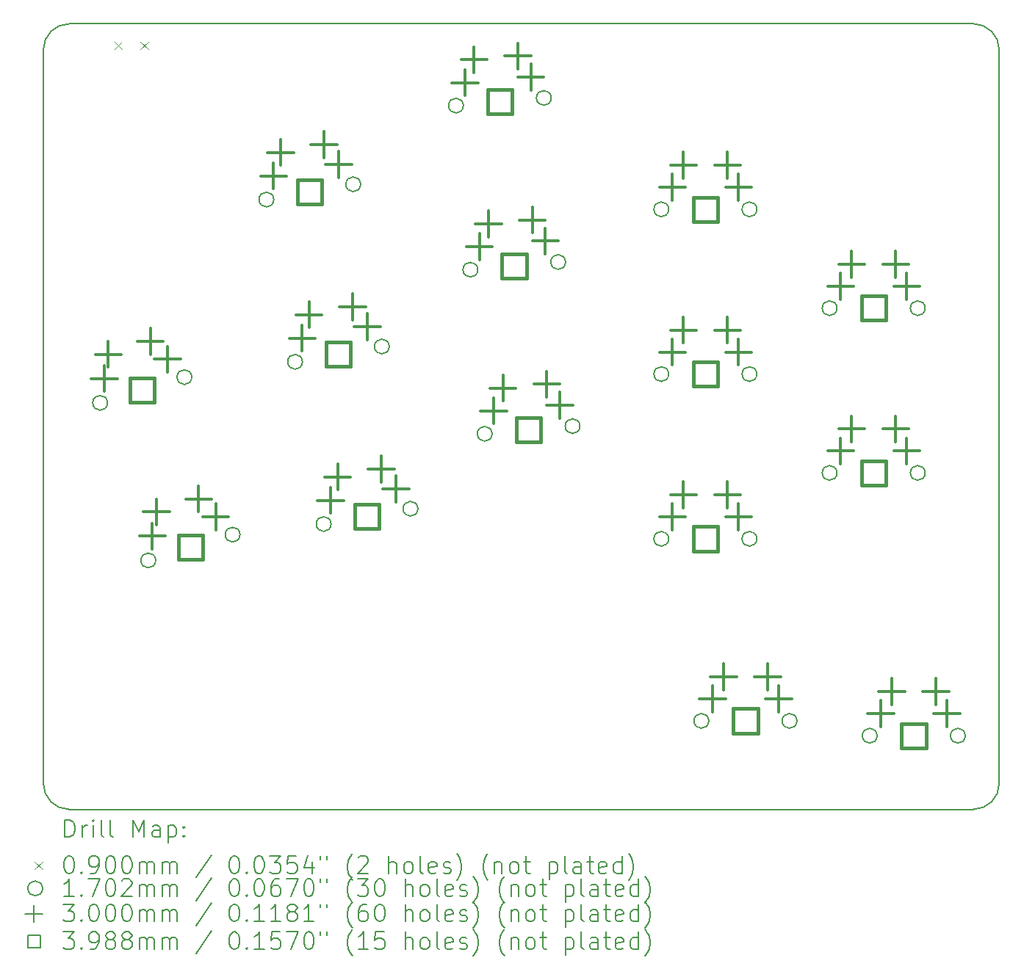
<source format=gbr>
%FSLAX45Y45*%
G04 Gerber Fmt 4.5, Leading zero omitted, Abs format (unit mm)*
G04 Created by KiCad (PCBNEW (6.0.4)) date 2022-08-27 03:08:15*
%MOMM*%
%LPD*%
G01*
G04 APERTURE LIST*
%TA.AperFunction,Profile*%
%ADD10C,0.150000*%
%TD*%
%ADD11C,0.200000*%
%ADD12C,0.090000*%
%ADD13C,0.170180*%
%ADD14C,0.300000*%
%ADD15C,0.398780*%
G04 APERTURE END LIST*
D10*
X19780321Y-14719637D02*
X30199060Y-14719637D01*
X19480323Y-14419637D02*
G75*
G03*
X19780321Y-14719637I299997J-3D01*
G01*
X19780321Y-5658142D02*
X30199060Y-5658142D01*
X30199060Y-14719630D02*
G75*
G03*
X30499060Y-14419637I10J299990D01*
G01*
X19480321Y-14419637D02*
X19480321Y-5958142D01*
X30499060Y-14419637D02*
X30499060Y-5958142D01*
X30499058Y-5958142D02*
G75*
G03*
X30199060Y-5658142I-299998J2D01*
G01*
X19780321Y-5658141D02*
G75*
G03*
X19480321Y-5958142I-1J-299999D01*
G01*
D11*
D12*
X20300062Y-5865642D02*
X20390062Y-5955642D01*
X20390062Y-5865642D02*
X20300062Y-5955642D01*
X20600062Y-5865642D02*
X20690062Y-5955642D01*
X20690062Y-5865642D02*
X20600062Y-5955642D01*
D13*
X20220400Y-10030430D02*
G75*
G03*
X20220400Y-10030430I-85090J0D01*
G01*
X20775906Y-11847409D02*
G75*
G03*
X20775906Y-11847409I-85090J0D01*
G01*
X21192005Y-9733380D02*
G75*
G03*
X21192005Y-9733380I-85090J0D01*
G01*
X21747511Y-11550359D02*
G75*
G03*
X21747511Y-11550359I-85090J0D01*
G01*
X22137518Y-7685928D02*
G75*
G03*
X22137518Y-7685928I-85090J0D01*
G01*
X22467450Y-9557063D02*
G75*
G03*
X22467450Y-9557063I-85090J0D01*
G01*
X22797381Y-11428198D02*
G75*
G03*
X22797381Y-11428198I-85090J0D01*
G01*
X23138083Y-7509502D02*
G75*
G03*
X23138083Y-7509502I-85090J0D01*
G01*
X23468014Y-9380636D02*
G75*
G03*
X23468014Y-9380636I-85090J0D01*
G01*
X23797946Y-11251771D02*
G75*
G03*
X23797946Y-11251771I-85090J0D01*
G01*
X24322510Y-6602077D02*
G75*
G03*
X24322510Y-6602077I-85090J0D01*
G01*
X24488105Y-8494847D02*
G75*
G03*
X24488105Y-8494847I-85090J0D01*
G01*
X24653701Y-10387617D02*
G75*
G03*
X24653701Y-10387617I-85090J0D01*
G01*
X25334643Y-6513527D02*
G75*
G03*
X25334643Y-6513527I-85090J0D01*
G01*
X25500239Y-8406297D02*
G75*
G03*
X25500239Y-8406297I-85090J0D01*
G01*
X25665835Y-10299067D02*
G75*
G03*
X25665835Y-10299067I-85090J0D01*
G01*
X26688650Y-7798637D02*
G75*
G03*
X26688650Y-7798637I-85090J0D01*
G01*
X26688650Y-9698637D02*
G75*
G03*
X26688650Y-9698637I-85090J0D01*
G01*
X26688650Y-11598637D02*
G75*
G03*
X26688650Y-11598637I-85090J0D01*
G01*
X27151150Y-13698637D02*
G75*
G03*
X27151150Y-13698637I-85090J0D01*
G01*
X27704650Y-7798637D02*
G75*
G03*
X27704650Y-7798637I-85090J0D01*
G01*
X27704650Y-9698637D02*
G75*
G03*
X27704650Y-9698637I-85090J0D01*
G01*
X27704650Y-11598637D02*
G75*
G03*
X27704650Y-11598637I-85090J0D01*
G01*
X28167150Y-13698637D02*
G75*
G03*
X28167150Y-13698637I-85090J0D01*
G01*
X28628650Y-8938637D02*
G75*
G03*
X28628650Y-8938637I-85090J0D01*
G01*
X28628650Y-10838637D02*
G75*
G03*
X28628650Y-10838637I-85090J0D01*
G01*
X29091150Y-13869637D02*
G75*
G03*
X29091150Y-13869637I-85090J0D01*
G01*
X29644650Y-8938637D02*
G75*
G03*
X29644650Y-8938637I-85090J0D01*
G01*
X29644650Y-10838637D02*
G75*
G03*
X29644650Y-10838637I-85090J0D01*
G01*
X30107150Y-13869637D02*
G75*
G03*
X30107150Y-13869637I-85090J0D01*
G01*
D14*
X20182498Y-9600397D02*
X20182498Y-9900397D01*
X20032498Y-9750397D02*
X20332498Y-9750397D01*
X20229686Y-9320365D02*
X20229686Y-9620365D01*
X20079686Y-9470365D02*
X20379686Y-9470365D01*
X20715489Y-9171840D02*
X20715489Y-9471840D01*
X20565489Y-9321840D02*
X20865489Y-9321840D01*
X20738004Y-11417376D02*
X20738004Y-11717376D01*
X20588004Y-11567376D02*
X20888004Y-11567376D01*
X20785192Y-11137344D02*
X20785192Y-11437344D01*
X20635192Y-11287344D02*
X20935192Y-11287344D01*
X20911202Y-9377610D02*
X20911202Y-9677610D01*
X20761202Y-9527610D02*
X21061202Y-9527610D01*
X21270995Y-10988819D02*
X21270995Y-11288819D01*
X21120995Y-11138819D02*
X21420995Y-11138819D01*
X21466708Y-11194589D02*
X21466708Y-11494589D01*
X21316708Y-11344589D02*
X21616708Y-11344589D01*
X22133392Y-7263734D02*
X22133392Y-7563734D01*
X21983392Y-7413734D02*
X22283392Y-7413734D01*
X22214356Y-6991539D02*
X22214356Y-7291539D01*
X22064356Y-7141539D02*
X22364356Y-7141539D01*
X22463324Y-9134869D02*
X22463324Y-9434869D01*
X22313324Y-9284869D02*
X22613324Y-9284869D01*
X22544288Y-8862674D02*
X22544288Y-9162674D01*
X22394288Y-9012674D02*
X22694288Y-9012674D01*
X22714638Y-6903326D02*
X22714638Y-7203326D01*
X22564638Y-7053326D02*
X22864638Y-7053326D01*
X22793255Y-11006003D02*
X22793255Y-11306003D01*
X22643255Y-11156003D02*
X22943255Y-11156003D01*
X22874219Y-10733809D02*
X22874219Y-11033809D01*
X22724219Y-10883809D02*
X23024219Y-10883809D01*
X22883816Y-7131414D02*
X22883816Y-7431414D01*
X22733816Y-7281414D02*
X23033816Y-7281414D01*
X23044570Y-8774461D02*
X23044570Y-9074461D01*
X22894570Y-8924461D02*
X23194570Y-8924461D01*
X23213747Y-9002549D02*
X23213747Y-9302549D01*
X23063747Y-9152549D02*
X23363747Y-9152549D01*
X23374502Y-10645595D02*
X23374502Y-10945595D01*
X23224502Y-10795595D02*
X23524502Y-10795595D01*
X23543679Y-10873683D02*
X23543679Y-11173683D01*
X23393679Y-11023683D02*
X23693679Y-11023683D01*
X24341799Y-6187975D02*
X24341799Y-6487975D01*
X24191799Y-6337975D02*
X24491799Y-6337975D01*
X24446178Y-5923872D02*
X24446178Y-6223872D01*
X24296178Y-6073872D02*
X24596178Y-6073872D01*
X24507395Y-8080745D02*
X24507395Y-8380745D01*
X24357395Y-8230745D02*
X24657395Y-8230745D01*
X24611774Y-7816642D02*
X24611774Y-8116642D01*
X24461774Y-7966642D02*
X24761774Y-7966642D01*
X24672991Y-9973515D02*
X24672991Y-10273515D01*
X24522991Y-10123515D02*
X24822991Y-10123515D01*
X24777370Y-9709412D02*
X24777370Y-10009412D01*
X24627370Y-9859412D02*
X24927370Y-9859412D01*
X24952245Y-5879597D02*
X24952245Y-6179597D01*
X24802245Y-6029597D02*
X25102245Y-6029597D01*
X25100899Y-6121562D02*
X25100899Y-6421562D01*
X24950899Y-6271562D02*
X25250899Y-6271562D01*
X25117841Y-7772367D02*
X25117841Y-8072367D01*
X24967841Y-7922367D02*
X25267841Y-7922367D01*
X25266495Y-8014332D02*
X25266495Y-8314332D01*
X25116495Y-8164332D02*
X25416495Y-8164332D01*
X25283437Y-9665137D02*
X25283437Y-9965137D01*
X25133437Y-9815137D02*
X25433437Y-9815137D01*
X25432091Y-9907102D02*
X25432091Y-10207102D01*
X25282091Y-10057102D02*
X25582091Y-10057102D01*
X26730560Y-7394637D02*
X26730560Y-7694637D01*
X26580560Y-7544637D02*
X26880560Y-7544637D01*
X26730560Y-9294637D02*
X26730560Y-9594637D01*
X26580560Y-9444637D02*
X26880560Y-9444637D01*
X26730560Y-11194637D02*
X26730560Y-11494637D01*
X26580560Y-11344637D02*
X26880560Y-11344637D01*
X26857560Y-7140637D02*
X26857560Y-7440637D01*
X26707560Y-7290637D02*
X27007560Y-7290637D01*
X26857560Y-9040637D02*
X26857560Y-9340637D01*
X26707560Y-9190637D02*
X27007560Y-9190637D01*
X26857560Y-10940637D02*
X26857560Y-11240637D01*
X26707560Y-11090637D02*
X27007560Y-11090637D01*
X27193060Y-13294637D02*
X27193060Y-13594637D01*
X27043060Y-13444637D02*
X27343060Y-13444637D01*
X27320060Y-13040637D02*
X27320060Y-13340637D01*
X27170060Y-13190637D02*
X27470060Y-13190637D01*
X27365560Y-7140637D02*
X27365560Y-7440637D01*
X27215560Y-7290637D02*
X27515560Y-7290637D01*
X27365560Y-9040637D02*
X27365560Y-9340637D01*
X27215560Y-9190637D02*
X27515560Y-9190637D01*
X27365560Y-10940637D02*
X27365560Y-11240637D01*
X27215560Y-11090637D02*
X27515560Y-11090637D01*
X27492560Y-7394637D02*
X27492560Y-7694637D01*
X27342560Y-7544637D02*
X27642560Y-7544637D01*
X27492560Y-9294637D02*
X27492560Y-9594637D01*
X27342560Y-9444637D02*
X27642560Y-9444637D01*
X27492560Y-11194637D02*
X27492560Y-11494637D01*
X27342560Y-11344637D02*
X27642560Y-11344637D01*
X27828060Y-13040637D02*
X27828060Y-13340637D01*
X27678060Y-13190637D02*
X27978060Y-13190637D01*
X27955060Y-13294637D02*
X27955060Y-13594637D01*
X27805060Y-13444637D02*
X28105060Y-13444637D01*
X28670560Y-8534637D02*
X28670560Y-8834637D01*
X28520560Y-8684637D02*
X28820560Y-8684637D01*
X28670560Y-10434637D02*
X28670560Y-10734637D01*
X28520560Y-10584637D02*
X28820560Y-10584637D01*
X28797560Y-8280637D02*
X28797560Y-8580637D01*
X28647560Y-8430637D02*
X28947560Y-8430637D01*
X28797560Y-10180637D02*
X28797560Y-10480637D01*
X28647560Y-10330637D02*
X28947560Y-10330637D01*
X29133060Y-13465637D02*
X29133060Y-13765637D01*
X28983060Y-13615637D02*
X29283060Y-13615637D01*
X29260060Y-13211637D02*
X29260060Y-13511637D01*
X29110060Y-13361637D02*
X29410060Y-13361637D01*
X29305560Y-8280637D02*
X29305560Y-8580637D01*
X29155560Y-8430637D02*
X29455560Y-8430637D01*
X29305560Y-10180637D02*
X29305560Y-10480637D01*
X29155560Y-10330637D02*
X29455560Y-10330637D01*
X29432560Y-8534637D02*
X29432560Y-8834637D01*
X29282560Y-8684637D02*
X29582560Y-8684637D01*
X29432560Y-10434637D02*
X29432560Y-10734637D01*
X29282560Y-10584637D02*
X29582560Y-10584637D01*
X29768060Y-13211637D02*
X29768060Y-13511637D01*
X29618060Y-13361637D02*
X29918060Y-13361637D01*
X29895060Y-13465637D02*
X29895060Y-13765637D01*
X29745060Y-13615637D02*
X30045060Y-13615637D01*
D15*
X20762104Y-10022896D02*
X20762104Y-9740914D01*
X20480121Y-9740914D01*
X20480121Y-10022896D01*
X20762104Y-10022896D01*
X21317610Y-11839875D02*
X21317610Y-11557893D01*
X21035627Y-11557893D01*
X21035627Y-11839875D01*
X21317610Y-11839875D01*
X22693702Y-7738706D02*
X22693702Y-7456724D01*
X22411719Y-7456724D01*
X22411719Y-7738706D01*
X22693702Y-7738706D01*
X23023633Y-9609841D02*
X23023633Y-9327858D01*
X22741651Y-9327858D01*
X22741651Y-9609841D01*
X23023633Y-9609841D01*
X23353565Y-11480976D02*
X23353565Y-11198993D01*
X23071582Y-11198993D01*
X23071582Y-11480976D01*
X23353565Y-11480976D01*
X24884478Y-6698793D02*
X24884478Y-6416810D01*
X24602495Y-6416810D01*
X24602495Y-6698793D01*
X24884478Y-6698793D01*
X25050074Y-8591563D02*
X25050074Y-8309580D01*
X24768091Y-8309580D01*
X24768091Y-8591563D01*
X25050074Y-8591563D01*
X25215670Y-10484333D02*
X25215670Y-10202350D01*
X24933687Y-10202350D01*
X24933687Y-10484333D01*
X25215670Y-10484333D01*
X27252551Y-7939628D02*
X27252551Y-7657645D01*
X26970569Y-7657645D01*
X26970569Y-7939628D01*
X27252551Y-7939628D01*
X27252551Y-9839628D02*
X27252551Y-9557645D01*
X26970569Y-9557645D01*
X26970569Y-9839628D01*
X27252551Y-9839628D01*
X27252551Y-11739628D02*
X27252551Y-11457645D01*
X26970569Y-11457645D01*
X26970569Y-11739628D01*
X27252551Y-11739628D01*
X27715051Y-13839628D02*
X27715051Y-13557645D01*
X27433069Y-13557645D01*
X27433069Y-13839628D01*
X27715051Y-13839628D01*
X29192551Y-9079628D02*
X29192551Y-8797645D01*
X28910569Y-8797645D01*
X28910569Y-9079628D01*
X29192551Y-9079628D01*
X29192551Y-10979628D02*
X29192551Y-10697645D01*
X28910569Y-10697645D01*
X28910569Y-10979628D01*
X29192551Y-10979628D01*
X29655051Y-14010628D02*
X29655051Y-13728645D01*
X29373069Y-13728645D01*
X29373069Y-14010628D01*
X29655051Y-14010628D01*
D11*
X19730440Y-15037613D02*
X19730440Y-14837613D01*
X19778059Y-14837613D01*
X19806630Y-14847137D01*
X19825678Y-14866184D01*
X19835202Y-14885232D01*
X19844726Y-14923327D01*
X19844726Y-14951899D01*
X19835202Y-14989994D01*
X19825678Y-15009041D01*
X19806630Y-15028089D01*
X19778059Y-15037613D01*
X19730440Y-15037613D01*
X19930440Y-15037613D02*
X19930440Y-14904279D01*
X19930440Y-14942375D02*
X19939964Y-14923327D01*
X19949488Y-14913803D01*
X19968535Y-14904279D01*
X19987583Y-14904279D01*
X20054249Y-15037613D02*
X20054249Y-14904279D01*
X20054249Y-14837613D02*
X20044726Y-14847137D01*
X20054249Y-14856660D01*
X20063773Y-14847137D01*
X20054249Y-14837613D01*
X20054249Y-14856660D01*
X20178059Y-15037613D02*
X20159011Y-15028089D01*
X20149488Y-15009041D01*
X20149488Y-14837613D01*
X20282821Y-15037613D02*
X20263773Y-15028089D01*
X20254249Y-15009041D01*
X20254249Y-14837613D01*
X20511392Y-15037613D02*
X20511392Y-14837613D01*
X20578059Y-14980470D01*
X20644726Y-14837613D01*
X20644726Y-15037613D01*
X20825678Y-15037613D02*
X20825678Y-14932851D01*
X20816154Y-14913803D01*
X20797107Y-14904279D01*
X20759011Y-14904279D01*
X20739964Y-14913803D01*
X20825678Y-15028089D02*
X20806630Y-15037613D01*
X20759011Y-15037613D01*
X20739964Y-15028089D01*
X20730440Y-15009041D01*
X20730440Y-14989994D01*
X20739964Y-14970946D01*
X20759011Y-14961422D01*
X20806630Y-14961422D01*
X20825678Y-14951899D01*
X20920916Y-14904279D02*
X20920916Y-15104279D01*
X20920916Y-14913803D02*
X20939964Y-14904279D01*
X20978059Y-14904279D01*
X20997107Y-14913803D01*
X21006630Y-14923327D01*
X21016154Y-14942375D01*
X21016154Y-14999518D01*
X21006630Y-15018565D01*
X20997107Y-15028089D01*
X20978059Y-15037613D01*
X20939964Y-15037613D01*
X20920916Y-15028089D01*
X21101869Y-15018565D02*
X21111392Y-15028089D01*
X21101869Y-15037613D01*
X21092345Y-15028089D01*
X21101869Y-15018565D01*
X21101869Y-15037613D01*
X21101869Y-14913803D02*
X21111392Y-14923327D01*
X21101869Y-14932851D01*
X21092345Y-14923327D01*
X21101869Y-14913803D01*
X21101869Y-14932851D01*
D12*
X19382821Y-15322137D02*
X19472821Y-15412137D01*
X19472821Y-15322137D02*
X19382821Y-15412137D01*
D11*
X19768535Y-15257613D02*
X19787583Y-15257613D01*
X19806630Y-15267137D01*
X19816154Y-15276660D01*
X19825678Y-15295708D01*
X19835202Y-15333803D01*
X19835202Y-15381422D01*
X19825678Y-15419518D01*
X19816154Y-15438565D01*
X19806630Y-15448089D01*
X19787583Y-15457613D01*
X19768535Y-15457613D01*
X19749488Y-15448089D01*
X19739964Y-15438565D01*
X19730440Y-15419518D01*
X19720916Y-15381422D01*
X19720916Y-15333803D01*
X19730440Y-15295708D01*
X19739964Y-15276660D01*
X19749488Y-15267137D01*
X19768535Y-15257613D01*
X19920916Y-15438565D02*
X19930440Y-15448089D01*
X19920916Y-15457613D01*
X19911392Y-15448089D01*
X19920916Y-15438565D01*
X19920916Y-15457613D01*
X20025678Y-15457613D02*
X20063773Y-15457613D01*
X20082821Y-15448089D01*
X20092345Y-15438565D01*
X20111392Y-15409994D01*
X20120916Y-15371899D01*
X20120916Y-15295708D01*
X20111392Y-15276660D01*
X20101869Y-15267137D01*
X20082821Y-15257613D01*
X20044726Y-15257613D01*
X20025678Y-15267137D01*
X20016154Y-15276660D01*
X20006630Y-15295708D01*
X20006630Y-15343327D01*
X20016154Y-15362375D01*
X20025678Y-15371899D01*
X20044726Y-15381422D01*
X20082821Y-15381422D01*
X20101869Y-15371899D01*
X20111392Y-15362375D01*
X20120916Y-15343327D01*
X20244726Y-15257613D02*
X20263773Y-15257613D01*
X20282821Y-15267137D01*
X20292345Y-15276660D01*
X20301869Y-15295708D01*
X20311392Y-15333803D01*
X20311392Y-15381422D01*
X20301869Y-15419518D01*
X20292345Y-15438565D01*
X20282821Y-15448089D01*
X20263773Y-15457613D01*
X20244726Y-15457613D01*
X20225678Y-15448089D01*
X20216154Y-15438565D01*
X20206630Y-15419518D01*
X20197107Y-15381422D01*
X20197107Y-15333803D01*
X20206630Y-15295708D01*
X20216154Y-15276660D01*
X20225678Y-15267137D01*
X20244726Y-15257613D01*
X20435202Y-15257613D02*
X20454249Y-15257613D01*
X20473297Y-15267137D01*
X20482821Y-15276660D01*
X20492345Y-15295708D01*
X20501869Y-15333803D01*
X20501869Y-15381422D01*
X20492345Y-15419518D01*
X20482821Y-15438565D01*
X20473297Y-15448089D01*
X20454249Y-15457613D01*
X20435202Y-15457613D01*
X20416154Y-15448089D01*
X20406630Y-15438565D01*
X20397107Y-15419518D01*
X20387583Y-15381422D01*
X20387583Y-15333803D01*
X20397107Y-15295708D01*
X20406630Y-15276660D01*
X20416154Y-15267137D01*
X20435202Y-15257613D01*
X20587583Y-15457613D02*
X20587583Y-15324279D01*
X20587583Y-15343327D02*
X20597107Y-15333803D01*
X20616154Y-15324279D01*
X20644726Y-15324279D01*
X20663773Y-15333803D01*
X20673297Y-15352851D01*
X20673297Y-15457613D01*
X20673297Y-15352851D02*
X20682821Y-15333803D01*
X20701869Y-15324279D01*
X20730440Y-15324279D01*
X20749488Y-15333803D01*
X20759011Y-15352851D01*
X20759011Y-15457613D01*
X20854249Y-15457613D02*
X20854249Y-15324279D01*
X20854249Y-15343327D02*
X20863773Y-15333803D01*
X20882821Y-15324279D01*
X20911392Y-15324279D01*
X20930440Y-15333803D01*
X20939964Y-15352851D01*
X20939964Y-15457613D01*
X20939964Y-15352851D02*
X20949488Y-15333803D01*
X20968535Y-15324279D01*
X20997107Y-15324279D01*
X21016154Y-15333803D01*
X21025678Y-15352851D01*
X21025678Y-15457613D01*
X21416154Y-15248089D02*
X21244726Y-15505232D01*
X21673297Y-15257613D02*
X21692345Y-15257613D01*
X21711392Y-15267137D01*
X21720916Y-15276660D01*
X21730440Y-15295708D01*
X21739964Y-15333803D01*
X21739964Y-15381422D01*
X21730440Y-15419518D01*
X21720916Y-15438565D01*
X21711392Y-15448089D01*
X21692345Y-15457613D01*
X21673297Y-15457613D01*
X21654249Y-15448089D01*
X21644726Y-15438565D01*
X21635202Y-15419518D01*
X21625678Y-15381422D01*
X21625678Y-15333803D01*
X21635202Y-15295708D01*
X21644726Y-15276660D01*
X21654249Y-15267137D01*
X21673297Y-15257613D01*
X21825678Y-15438565D02*
X21835202Y-15448089D01*
X21825678Y-15457613D01*
X21816154Y-15448089D01*
X21825678Y-15438565D01*
X21825678Y-15457613D01*
X21959011Y-15257613D02*
X21978059Y-15257613D01*
X21997107Y-15267137D01*
X22006630Y-15276660D01*
X22016154Y-15295708D01*
X22025678Y-15333803D01*
X22025678Y-15381422D01*
X22016154Y-15419518D01*
X22006630Y-15438565D01*
X21997107Y-15448089D01*
X21978059Y-15457613D01*
X21959011Y-15457613D01*
X21939964Y-15448089D01*
X21930440Y-15438565D01*
X21920916Y-15419518D01*
X21911392Y-15381422D01*
X21911392Y-15333803D01*
X21920916Y-15295708D01*
X21930440Y-15276660D01*
X21939964Y-15267137D01*
X21959011Y-15257613D01*
X22092345Y-15257613D02*
X22216154Y-15257613D01*
X22149488Y-15333803D01*
X22178059Y-15333803D01*
X22197107Y-15343327D01*
X22206630Y-15352851D01*
X22216154Y-15371899D01*
X22216154Y-15419518D01*
X22206630Y-15438565D01*
X22197107Y-15448089D01*
X22178059Y-15457613D01*
X22120916Y-15457613D01*
X22101869Y-15448089D01*
X22092345Y-15438565D01*
X22397107Y-15257613D02*
X22301869Y-15257613D01*
X22292345Y-15352851D01*
X22301869Y-15343327D01*
X22320916Y-15333803D01*
X22368535Y-15333803D01*
X22387583Y-15343327D01*
X22397107Y-15352851D01*
X22406630Y-15371899D01*
X22406630Y-15419518D01*
X22397107Y-15438565D01*
X22387583Y-15448089D01*
X22368535Y-15457613D01*
X22320916Y-15457613D01*
X22301869Y-15448089D01*
X22292345Y-15438565D01*
X22578059Y-15324279D02*
X22578059Y-15457613D01*
X22530440Y-15248089D02*
X22482821Y-15390946D01*
X22606630Y-15390946D01*
X22673297Y-15257613D02*
X22673297Y-15295708D01*
X22749487Y-15257613D02*
X22749487Y-15295708D01*
X23044726Y-15533803D02*
X23035202Y-15524279D01*
X23016154Y-15495708D01*
X23006630Y-15476660D01*
X22997107Y-15448089D01*
X22987583Y-15400470D01*
X22987583Y-15362375D01*
X22997107Y-15314756D01*
X23006630Y-15286184D01*
X23016154Y-15267137D01*
X23035202Y-15238565D01*
X23044726Y-15229041D01*
X23111392Y-15276660D02*
X23120916Y-15267137D01*
X23139964Y-15257613D01*
X23187583Y-15257613D01*
X23206630Y-15267137D01*
X23216154Y-15276660D01*
X23225678Y-15295708D01*
X23225678Y-15314756D01*
X23216154Y-15343327D01*
X23101868Y-15457613D01*
X23225678Y-15457613D01*
X23463773Y-15457613D02*
X23463773Y-15257613D01*
X23549487Y-15457613D02*
X23549487Y-15352851D01*
X23539964Y-15333803D01*
X23520916Y-15324279D01*
X23492345Y-15324279D01*
X23473297Y-15333803D01*
X23463773Y-15343327D01*
X23673297Y-15457613D02*
X23654249Y-15448089D01*
X23644726Y-15438565D01*
X23635202Y-15419518D01*
X23635202Y-15362375D01*
X23644726Y-15343327D01*
X23654249Y-15333803D01*
X23673297Y-15324279D01*
X23701868Y-15324279D01*
X23720916Y-15333803D01*
X23730440Y-15343327D01*
X23739964Y-15362375D01*
X23739964Y-15419518D01*
X23730440Y-15438565D01*
X23720916Y-15448089D01*
X23701868Y-15457613D01*
X23673297Y-15457613D01*
X23854249Y-15457613D02*
X23835202Y-15448089D01*
X23825678Y-15429041D01*
X23825678Y-15257613D01*
X24006630Y-15448089D02*
X23987583Y-15457613D01*
X23949487Y-15457613D01*
X23930440Y-15448089D01*
X23920916Y-15429041D01*
X23920916Y-15352851D01*
X23930440Y-15333803D01*
X23949487Y-15324279D01*
X23987583Y-15324279D01*
X24006630Y-15333803D01*
X24016154Y-15352851D01*
X24016154Y-15371899D01*
X23920916Y-15390946D01*
X24092345Y-15448089D02*
X24111392Y-15457613D01*
X24149487Y-15457613D01*
X24168535Y-15448089D01*
X24178059Y-15429041D01*
X24178059Y-15419518D01*
X24168535Y-15400470D01*
X24149487Y-15390946D01*
X24120916Y-15390946D01*
X24101868Y-15381422D01*
X24092345Y-15362375D01*
X24092345Y-15352851D01*
X24101868Y-15333803D01*
X24120916Y-15324279D01*
X24149487Y-15324279D01*
X24168535Y-15333803D01*
X24244726Y-15533803D02*
X24254249Y-15524279D01*
X24273297Y-15495708D01*
X24282821Y-15476660D01*
X24292345Y-15448089D01*
X24301868Y-15400470D01*
X24301868Y-15362375D01*
X24292345Y-15314756D01*
X24282821Y-15286184D01*
X24273297Y-15267137D01*
X24254249Y-15238565D01*
X24244726Y-15229041D01*
X24606630Y-15533803D02*
X24597107Y-15524279D01*
X24578059Y-15495708D01*
X24568535Y-15476660D01*
X24559011Y-15448089D01*
X24549487Y-15400470D01*
X24549487Y-15362375D01*
X24559011Y-15314756D01*
X24568535Y-15286184D01*
X24578059Y-15267137D01*
X24597107Y-15238565D01*
X24606630Y-15229041D01*
X24682821Y-15324279D02*
X24682821Y-15457613D01*
X24682821Y-15343327D02*
X24692345Y-15333803D01*
X24711392Y-15324279D01*
X24739964Y-15324279D01*
X24759011Y-15333803D01*
X24768535Y-15352851D01*
X24768535Y-15457613D01*
X24892345Y-15457613D02*
X24873297Y-15448089D01*
X24863773Y-15438565D01*
X24854249Y-15419518D01*
X24854249Y-15362375D01*
X24863773Y-15343327D01*
X24873297Y-15333803D01*
X24892345Y-15324279D01*
X24920916Y-15324279D01*
X24939964Y-15333803D01*
X24949487Y-15343327D01*
X24959011Y-15362375D01*
X24959011Y-15419518D01*
X24949487Y-15438565D01*
X24939964Y-15448089D01*
X24920916Y-15457613D01*
X24892345Y-15457613D01*
X25016154Y-15324279D02*
X25092345Y-15324279D01*
X25044726Y-15257613D02*
X25044726Y-15429041D01*
X25054249Y-15448089D01*
X25073297Y-15457613D01*
X25092345Y-15457613D01*
X25311392Y-15324279D02*
X25311392Y-15524279D01*
X25311392Y-15333803D02*
X25330440Y-15324279D01*
X25368535Y-15324279D01*
X25387583Y-15333803D01*
X25397107Y-15343327D01*
X25406630Y-15362375D01*
X25406630Y-15419518D01*
X25397107Y-15438565D01*
X25387583Y-15448089D01*
X25368535Y-15457613D01*
X25330440Y-15457613D01*
X25311392Y-15448089D01*
X25520916Y-15457613D02*
X25501868Y-15448089D01*
X25492345Y-15429041D01*
X25492345Y-15257613D01*
X25682821Y-15457613D02*
X25682821Y-15352851D01*
X25673297Y-15333803D01*
X25654249Y-15324279D01*
X25616154Y-15324279D01*
X25597107Y-15333803D01*
X25682821Y-15448089D02*
X25663773Y-15457613D01*
X25616154Y-15457613D01*
X25597107Y-15448089D01*
X25587583Y-15429041D01*
X25587583Y-15409994D01*
X25597107Y-15390946D01*
X25616154Y-15381422D01*
X25663773Y-15381422D01*
X25682821Y-15371899D01*
X25749487Y-15324279D02*
X25825678Y-15324279D01*
X25778059Y-15257613D02*
X25778059Y-15429041D01*
X25787583Y-15448089D01*
X25806630Y-15457613D01*
X25825678Y-15457613D01*
X25968535Y-15448089D02*
X25949487Y-15457613D01*
X25911392Y-15457613D01*
X25892345Y-15448089D01*
X25882821Y-15429041D01*
X25882821Y-15352851D01*
X25892345Y-15333803D01*
X25911392Y-15324279D01*
X25949487Y-15324279D01*
X25968535Y-15333803D01*
X25978059Y-15352851D01*
X25978059Y-15371899D01*
X25882821Y-15390946D01*
X26149487Y-15457613D02*
X26149487Y-15257613D01*
X26149487Y-15448089D02*
X26130440Y-15457613D01*
X26092345Y-15457613D01*
X26073297Y-15448089D01*
X26063773Y-15438565D01*
X26054249Y-15419518D01*
X26054249Y-15362375D01*
X26063773Y-15343327D01*
X26073297Y-15333803D01*
X26092345Y-15324279D01*
X26130440Y-15324279D01*
X26149487Y-15333803D01*
X26225678Y-15533803D02*
X26235202Y-15524279D01*
X26254249Y-15495708D01*
X26263773Y-15476660D01*
X26273297Y-15448089D01*
X26282821Y-15400470D01*
X26282821Y-15362375D01*
X26273297Y-15314756D01*
X26263773Y-15286184D01*
X26254249Y-15267137D01*
X26235202Y-15238565D01*
X26225678Y-15229041D01*
D13*
X19472821Y-15631137D02*
G75*
G03*
X19472821Y-15631137I-85090J0D01*
G01*
D11*
X19835202Y-15721613D02*
X19720916Y-15721613D01*
X19778059Y-15721613D02*
X19778059Y-15521613D01*
X19759011Y-15550184D01*
X19739964Y-15569232D01*
X19720916Y-15578756D01*
X19920916Y-15702565D02*
X19930440Y-15712089D01*
X19920916Y-15721613D01*
X19911392Y-15712089D01*
X19920916Y-15702565D01*
X19920916Y-15721613D01*
X19997107Y-15521613D02*
X20130440Y-15521613D01*
X20044726Y-15721613D01*
X20244726Y-15521613D02*
X20263773Y-15521613D01*
X20282821Y-15531137D01*
X20292345Y-15540660D01*
X20301869Y-15559708D01*
X20311392Y-15597803D01*
X20311392Y-15645422D01*
X20301869Y-15683518D01*
X20292345Y-15702565D01*
X20282821Y-15712089D01*
X20263773Y-15721613D01*
X20244726Y-15721613D01*
X20225678Y-15712089D01*
X20216154Y-15702565D01*
X20206630Y-15683518D01*
X20197107Y-15645422D01*
X20197107Y-15597803D01*
X20206630Y-15559708D01*
X20216154Y-15540660D01*
X20225678Y-15531137D01*
X20244726Y-15521613D01*
X20387583Y-15540660D02*
X20397107Y-15531137D01*
X20416154Y-15521613D01*
X20463773Y-15521613D01*
X20482821Y-15531137D01*
X20492345Y-15540660D01*
X20501869Y-15559708D01*
X20501869Y-15578756D01*
X20492345Y-15607327D01*
X20378059Y-15721613D01*
X20501869Y-15721613D01*
X20587583Y-15721613D02*
X20587583Y-15588279D01*
X20587583Y-15607327D02*
X20597107Y-15597803D01*
X20616154Y-15588279D01*
X20644726Y-15588279D01*
X20663773Y-15597803D01*
X20673297Y-15616851D01*
X20673297Y-15721613D01*
X20673297Y-15616851D02*
X20682821Y-15597803D01*
X20701869Y-15588279D01*
X20730440Y-15588279D01*
X20749488Y-15597803D01*
X20759011Y-15616851D01*
X20759011Y-15721613D01*
X20854249Y-15721613D02*
X20854249Y-15588279D01*
X20854249Y-15607327D02*
X20863773Y-15597803D01*
X20882821Y-15588279D01*
X20911392Y-15588279D01*
X20930440Y-15597803D01*
X20939964Y-15616851D01*
X20939964Y-15721613D01*
X20939964Y-15616851D02*
X20949488Y-15597803D01*
X20968535Y-15588279D01*
X20997107Y-15588279D01*
X21016154Y-15597803D01*
X21025678Y-15616851D01*
X21025678Y-15721613D01*
X21416154Y-15512089D02*
X21244726Y-15769232D01*
X21673297Y-15521613D02*
X21692345Y-15521613D01*
X21711392Y-15531137D01*
X21720916Y-15540660D01*
X21730440Y-15559708D01*
X21739964Y-15597803D01*
X21739964Y-15645422D01*
X21730440Y-15683518D01*
X21720916Y-15702565D01*
X21711392Y-15712089D01*
X21692345Y-15721613D01*
X21673297Y-15721613D01*
X21654249Y-15712089D01*
X21644726Y-15702565D01*
X21635202Y-15683518D01*
X21625678Y-15645422D01*
X21625678Y-15597803D01*
X21635202Y-15559708D01*
X21644726Y-15540660D01*
X21654249Y-15531137D01*
X21673297Y-15521613D01*
X21825678Y-15702565D02*
X21835202Y-15712089D01*
X21825678Y-15721613D01*
X21816154Y-15712089D01*
X21825678Y-15702565D01*
X21825678Y-15721613D01*
X21959011Y-15521613D02*
X21978059Y-15521613D01*
X21997107Y-15531137D01*
X22006630Y-15540660D01*
X22016154Y-15559708D01*
X22025678Y-15597803D01*
X22025678Y-15645422D01*
X22016154Y-15683518D01*
X22006630Y-15702565D01*
X21997107Y-15712089D01*
X21978059Y-15721613D01*
X21959011Y-15721613D01*
X21939964Y-15712089D01*
X21930440Y-15702565D01*
X21920916Y-15683518D01*
X21911392Y-15645422D01*
X21911392Y-15597803D01*
X21920916Y-15559708D01*
X21930440Y-15540660D01*
X21939964Y-15531137D01*
X21959011Y-15521613D01*
X22197107Y-15521613D02*
X22159011Y-15521613D01*
X22139964Y-15531137D01*
X22130440Y-15540660D01*
X22111392Y-15569232D01*
X22101869Y-15607327D01*
X22101869Y-15683518D01*
X22111392Y-15702565D01*
X22120916Y-15712089D01*
X22139964Y-15721613D01*
X22178059Y-15721613D01*
X22197107Y-15712089D01*
X22206630Y-15702565D01*
X22216154Y-15683518D01*
X22216154Y-15635899D01*
X22206630Y-15616851D01*
X22197107Y-15607327D01*
X22178059Y-15597803D01*
X22139964Y-15597803D01*
X22120916Y-15607327D01*
X22111392Y-15616851D01*
X22101869Y-15635899D01*
X22282821Y-15521613D02*
X22416154Y-15521613D01*
X22330440Y-15721613D01*
X22530440Y-15521613D02*
X22549487Y-15521613D01*
X22568535Y-15531137D01*
X22578059Y-15540660D01*
X22587583Y-15559708D01*
X22597107Y-15597803D01*
X22597107Y-15645422D01*
X22587583Y-15683518D01*
X22578059Y-15702565D01*
X22568535Y-15712089D01*
X22549487Y-15721613D01*
X22530440Y-15721613D01*
X22511392Y-15712089D01*
X22501868Y-15702565D01*
X22492345Y-15683518D01*
X22482821Y-15645422D01*
X22482821Y-15597803D01*
X22492345Y-15559708D01*
X22501868Y-15540660D01*
X22511392Y-15531137D01*
X22530440Y-15521613D01*
X22673297Y-15521613D02*
X22673297Y-15559708D01*
X22749487Y-15521613D02*
X22749487Y-15559708D01*
X23044726Y-15797803D02*
X23035202Y-15788279D01*
X23016154Y-15759708D01*
X23006630Y-15740660D01*
X22997107Y-15712089D01*
X22987583Y-15664470D01*
X22987583Y-15626375D01*
X22997107Y-15578756D01*
X23006630Y-15550184D01*
X23016154Y-15531137D01*
X23035202Y-15502565D01*
X23044726Y-15493041D01*
X23101868Y-15521613D02*
X23225678Y-15521613D01*
X23159011Y-15597803D01*
X23187583Y-15597803D01*
X23206630Y-15607327D01*
X23216154Y-15616851D01*
X23225678Y-15635899D01*
X23225678Y-15683518D01*
X23216154Y-15702565D01*
X23206630Y-15712089D01*
X23187583Y-15721613D01*
X23130440Y-15721613D01*
X23111392Y-15712089D01*
X23101868Y-15702565D01*
X23349487Y-15521613D02*
X23368535Y-15521613D01*
X23387583Y-15531137D01*
X23397107Y-15540660D01*
X23406630Y-15559708D01*
X23416154Y-15597803D01*
X23416154Y-15645422D01*
X23406630Y-15683518D01*
X23397107Y-15702565D01*
X23387583Y-15712089D01*
X23368535Y-15721613D01*
X23349487Y-15721613D01*
X23330440Y-15712089D01*
X23320916Y-15702565D01*
X23311392Y-15683518D01*
X23301868Y-15645422D01*
X23301868Y-15597803D01*
X23311392Y-15559708D01*
X23320916Y-15540660D01*
X23330440Y-15531137D01*
X23349487Y-15521613D01*
X23654249Y-15721613D02*
X23654249Y-15521613D01*
X23739964Y-15721613D02*
X23739964Y-15616851D01*
X23730440Y-15597803D01*
X23711392Y-15588279D01*
X23682821Y-15588279D01*
X23663773Y-15597803D01*
X23654249Y-15607327D01*
X23863773Y-15721613D02*
X23844726Y-15712089D01*
X23835202Y-15702565D01*
X23825678Y-15683518D01*
X23825678Y-15626375D01*
X23835202Y-15607327D01*
X23844726Y-15597803D01*
X23863773Y-15588279D01*
X23892345Y-15588279D01*
X23911392Y-15597803D01*
X23920916Y-15607327D01*
X23930440Y-15626375D01*
X23930440Y-15683518D01*
X23920916Y-15702565D01*
X23911392Y-15712089D01*
X23892345Y-15721613D01*
X23863773Y-15721613D01*
X24044726Y-15721613D02*
X24025678Y-15712089D01*
X24016154Y-15693041D01*
X24016154Y-15521613D01*
X24197107Y-15712089D02*
X24178059Y-15721613D01*
X24139964Y-15721613D01*
X24120916Y-15712089D01*
X24111392Y-15693041D01*
X24111392Y-15616851D01*
X24120916Y-15597803D01*
X24139964Y-15588279D01*
X24178059Y-15588279D01*
X24197107Y-15597803D01*
X24206630Y-15616851D01*
X24206630Y-15635899D01*
X24111392Y-15654946D01*
X24282821Y-15712089D02*
X24301868Y-15721613D01*
X24339964Y-15721613D01*
X24359011Y-15712089D01*
X24368535Y-15693041D01*
X24368535Y-15683518D01*
X24359011Y-15664470D01*
X24339964Y-15654946D01*
X24311392Y-15654946D01*
X24292345Y-15645422D01*
X24282821Y-15626375D01*
X24282821Y-15616851D01*
X24292345Y-15597803D01*
X24311392Y-15588279D01*
X24339964Y-15588279D01*
X24359011Y-15597803D01*
X24435202Y-15797803D02*
X24444726Y-15788279D01*
X24463773Y-15759708D01*
X24473297Y-15740660D01*
X24482821Y-15712089D01*
X24492345Y-15664470D01*
X24492345Y-15626375D01*
X24482821Y-15578756D01*
X24473297Y-15550184D01*
X24463773Y-15531137D01*
X24444726Y-15502565D01*
X24435202Y-15493041D01*
X24797107Y-15797803D02*
X24787583Y-15788279D01*
X24768535Y-15759708D01*
X24759011Y-15740660D01*
X24749487Y-15712089D01*
X24739964Y-15664470D01*
X24739964Y-15626375D01*
X24749487Y-15578756D01*
X24759011Y-15550184D01*
X24768535Y-15531137D01*
X24787583Y-15502565D01*
X24797107Y-15493041D01*
X24873297Y-15588279D02*
X24873297Y-15721613D01*
X24873297Y-15607327D02*
X24882821Y-15597803D01*
X24901868Y-15588279D01*
X24930440Y-15588279D01*
X24949487Y-15597803D01*
X24959011Y-15616851D01*
X24959011Y-15721613D01*
X25082821Y-15721613D02*
X25063773Y-15712089D01*
X25054249Y-15702565D01*
X25044726Y-15683518D01*
X25044726Y-15626375D01*
X25054249Y-15607327D01*
X25063773Y-15597803D01*
X25082821Y-15588279D01*
X25111392Y-15588279D01*
X25130440Y-15597803D01*
X25139964Y-15607327D01*
X25149487Y-15626375D01*
X25149487Y-15683518D01*
X25139964Y-15702565D01*
X25130440Y-15712089D01*
X25111392Y-15721613D01*
X25082821Y-15721613D01*
X25206630Y-15588279D02*
X25282821Y-15588279D01*
X25235202Y-15521613D02*
X25235202Y-15693041D01*
X25244726Y-15712089D01*
X25263773Y-15721613D01*
X25282821Y-15721613D01*
X25501868Y-15588279D02*
X25501868Y-15788279D01*
X25501868Y-15597803D02*
X25520916Y-15588279D01*
X25559011Y-15588279D01*
X25578059Y-15597803D01*
X25587583Y-15607327D01*
X25597107Y-15626375D01*
X25597107Y-15683518D01*
X25587583Y-15702565D01*
X25578059Y-15712089D01*
X25559011Y-15721613D01*
X25520916Y-15721613D01*
X25501868Y-15712089D01*
X25711392Y-15721613D02*
X25692345Y-15712089D01*
X25682821Y-15693041D01*
X25682821Y-15521613D01*
X25873297Y-15721613D02*
X25873297Y-15616851D01*
X25863773Y-15597803D01*
X25844726Y-15588279D01*
X25806630Y-15588279D01*
X25787583Y-15597803D01*
X25873297Y-15712089D02*
X25854249Y-15721613D01*
X25806630Y-15721613D01*
X25787583Y-15712089D01*
X25778059Y-15693041D01*
X25778059Y-15673994D01*
X25787583Y-15654946D01*
X25806630Y-15645422D01*
X25854249Y-15645422D01*
X25873297Y-15635899D01*
X25939964Y-15588279D02*
X26016154Y-15588279D01*
X25968535Y-15521613D02*
X25968535Y-15693041D01*
X25978059Y-15712089D01*
X25997107Y-15721613D01*
X26016154Y-15721613D01*
X26159011Y-15712089D02*
X26139964Y-15721613D01*
X26101868Y-15721613D01*
X26082821Y-15712089D01*
X26073297Y-15693041D01*
X26073297Y-15616851D01*
X26082821Y-15597803D01*
X26101868Y-15588279D01*
X26139964Y-15588279D01*
X26159011Y-15597803D01*
X26168535Y-15616851D01*
X26168535Y-15635899D01*
X26073297Y-15654946D01*
X26339964Y-15721613D02*
X26339964Y-15521613D01*
X26339964Y-15712089D02*
X26320916Y-15721613D01*
X26282821Y-15721613D01*
X26263773Y-15712089D01*
X26254249Y-15702565D01*
X26244726Y-15683518D01*
X26244726Y-15626375D01*
X26254249Y-15607327D01*
X26263773Y-15597803D01*
X26282821Y-15588279D01*
X26320916Y-15588279D01*
X26339964Y-15597803D01*
X26416154Y-15797803D02*
X26425678Y-15788279D01*
X26444726Y-15759708D01*
X26454249Y-15740660D01*
X26463773Y-15712089D01*
X26473297Y-15664470D01*
X26473297Y-15626375D01*
X26463773Y-15578756D01*
X26454249Y-15550184D01*
X26444726Y-15531137D01*
X26425678Y-15502565D01*
X26416154Y-15493041D01*
X19372821Y-15821317D02*
X19372821Y-16021317D01*
X19272821Y-15921317D02*
X19472821Y-15921317D01*
X19711392Y-15811793D02*
X19835202Y-15811793D01*
X19768535Y-15887983D01*
X19797107Y-15887983D01*
X19816154Y-15897507D01*
X19825678Y-15907031D01*
X19835202Y-15926079D01*
X19835202Y-15973698D01*
X19825678Y-15992745D01*
X19816154Y-16002269D01*
X19797107Y-16011793D01*
X19739964Y-16011793D01*
X19720916Y-16002269D01*
X19711392Y-15992745D01*
X19920916Y-15992745D02*
X19930440Y-16002269D01*
X19920916Y-16011793D01*
X19911392Y-16002269D01*
X19920916Y-15992745D01*
X19920916Y-16011793D01*
X20054249Y-15811793D02*
X20073297Y-15811793D01*
X20092345Y-15821317D01*
X20101869Y-15830840D01*
X20111392Y-15849888D01*
X20120916Y-15887983D01*
X20120916Y-15935602D01*
X20111392Y-15973698D01*
X20101869Y-15992745D01*
X20092345Y-16002269D01*
X20073297Y-16011793D01*
X20054249Y-16011793D01*
X20035202Y-16002269D01*
X20025678Y-15992745D01*
X20016154Y-15973698D01*
X20006630Y-15935602D01*
X20006630Y-15887983D01*
X20016154Y-15849888D01*
X20025678Y-15830840D01*
X20035202Y-15821317D01*
X20054249Y-15811793D01*
X20244726Y-15811793D02*
X20263773Y-15811793D01*
X20282821Y-15821317D01*
X20292345Y-15830840D01*
X20301869Y-15849888D01*
X20311392Y-15887983D01*
X20311392Y-15935602D01*
X20301869Y-15973698D01*
X20292345Y-15992745D01*
X20282821Y-16002269D01*
X20263773Y-16011793D01*
X20244726Y-16011793D01*
X20225678Y-16002269D01*
X20216154Y-15992745D01*
X20206630Y-15973698D01*
X20197107Y-15935602D01*
X20197107Y-15887983D01*
X20206630Y-15849888D01*
X20216154Y-15830840D01*
X20225678Y-15821317D01*
X20244726Y-15811793D01*
X20435202Y-15811793D02*
X20454249Y-15811793D01*
X20473297Y-15821317D01*
X20482821Y-15830840D01*
X20492345Y-15849888D01*
X20501869Y-15887983D01*
X20501869Y-15935602D01*
X20492345Y-15973698D01*
X20482821Y-15992745D01*
X20473297Y-16002269D01*
X20454249Y-16011793D01*
X20435202Y-16011793D01*
X20416154Y-16002269D01*
X20406630Y-15992745D01*
X20397107Y-15973698D01*
X20387583Y-15935602D01*
X20387583Y-15887983D01*
X20397107Y-15849888D01*
X20406630Y-15830840D01*
X20416154Y-15821317D01*
X20435202Y-15811793D01*
X20587583Y-16011793D02*
X20587583Y-15878459D01*
X20587583Y-15897507D02*
X20597107Y-15887983D01*
X20616154Y-15878459D01*
X20644726Y-15878459D01*
X20663773Y-15887983D01*
X20673297Y-15907031D01*
X20673297Y-16011793D01*
X20673297Y-15907031D02*
X20682821Y-15887983D01*
X20701869Y-15878459D01*
X20730440Y-15878459D01*
X20749488Y-15887983D01*
X20759011Y-15907031D01*
X20759011Y-16011793D01*
X20854249Y-16011793D02*
X20854249Y-15878459D01*
X20854249Y-15897507D02*
X20863773Y-15887983D01*
X20882821Y-15878459D01*
X20911392Y-15878459D01*
X20930440Y-15887983D01*
X20939964Y-15907031D01*
X20939964Y-16011793D01*
X20939964Y-15907031D02*
X20949488Y-15887983D01*
X20968535Y-15878459D01*
X20997107Y-15878459D01*
X21016154Y-15887983D01*
X21025678Y-15907031D01*
X21025678Y-16011793D01*
X21416154Y-15802269D02*
X21244726Y-16059412D01*
X21673297Y-15811793D02*
X21692345Y-15811793D01*
X21711392Y-15821317D01*
X21720916Y-15830840D01*
X21730440Y-15849888D01*
X21739964Y-15887983D01*
X21739964Y-15935602D01*
X21730440Y-15973698D01*
X21720916Y-15992745D01*
X21711392Y-16002269D01*
X21692345Y-16011793D01*
X21673297Y-16011793D01*
X21654249Y-16002269D01*
X21644726Y-15992745D01*
X21635202Y-15973698D01*
X21625678Y-15935602D01*
X21625678Y-15887983D01*
X21635202Y-15849888D01*
X21644726Y-15830840D01*
X21654249Y-15821317D01*
X21673297Y-15811793D01*
X21825678Y-15992745D02*
X21835202Y-16002269D01*
X21825678Y-16011793D01*
X21816154Y-16002269D01*
X21825678Y-15992745D01*
X21825678Y-16011793D01*
X22025678Y-16011793D02*
X21911392Y-16011793D01*
X21968535Y-16011793D02*
X21968535Y-15811793D01*
X21949488Y-15840364D01*
X21930440Y-15859412D01*
X21911392Y-15868936D01*
X22216154Y-16011793D02*
X22101869Y-16011793D01*
X22159011Y-16011793D02*
X22159011Y-15811793D01*
X22139964Y-15840364D01*
X22120916Y-15859412D01*
X22101869Y-15868936D01*
X22330440Y-15897507D02*
X22311392Y-15887983D01*
X22301869Y-15878459D01*
X22292345Y-15859412D01*
X22292345Y-15849888D01*
X22301869Y-15830840D01*
X22311392Y-15821317D01*
X22330440Y-15811793D01*
X22368535Y-15811793D01*
X22387583Y-15821317D01*
X22397107Y-15830840D01*
X22406630Y-15849888D01*
X22406630Y-15859412D01*
X22397107Y-15878459D01*
X22387583Y-15887983D01*
X22368535Y-15897507D01*
X22330440Y-15897507D01*
X22311392Y-15907031D01*
X22301869Y-15916555D01*
X22292345Y-15935602D01*
X22292345Y-15973698D01*
X22301869Y-15992745D01*
X22311392Y-16002269D01*
X22330440Y-16011793D01*
X22368535Y-16011793D01*
X22387583Y-16002269D01*
X22397107Y-15992745D01*
X22406630Y-15973698D01*
X22406630Y-15935602D01*
X22397107Y-15916555D01*
X22387583Y-15907031D01*
X22368535Y-15897507D01*
X22597107Y-16011793D02*
X22482821Y-16011793D01*
X22539964Y-16011793D02*
X22539964Y-15811793D01*
X22520916Y-15840364D01*
X22501868Y-15859412D01*
X22482821Y-15868936D01*
X22673297Y-15811793D02*
X22673297Y-15849888D01*
X22749487Y-15811793D02*
X22749487Y-15849888D01*
X23044726Y-16087983D02*
X23035202Y-16078459D01*
X23016154Y-16049888D01*
X23006630Y-16030840D01*
X22997107Y-16002269D01*
X22987583Y-15954650D01*
X22987583Y-15916555D01*
X22997107Y-15868936D01*
X23006630Y-15840364D01*
X23016154Y-15821317D01*
X23035202Y-15792745D01*
X23044726Y-15783221D01*
X23206630Y-15811793D02*
X23168535Y-15811793D01*
X23149487Y-15821317D01*
X23139964Y-15830840D01*
X23120916Y-15859412D01*
X23111392Y-15897507D01*
X23111392Y-15973698D01*
X23120916Y-15992745D01*
X23130440Y-16002269D01*
X23149487Y-16011793D01*
X23187583Y-16011793D01*
X23206630Y-16002269D01*
X23216154Y-15992745D01*
X23225678Y-15973698D01*
X23225678Y-15926079D01*
X23216154Y-15907031D01*
X23206630Y-15897507D01*
X23187583Y-15887983D01*
X23149487Y-15887983D01*
X23130440Y-15897507D01*
X23120916Y-15907031D01*
X23111392Y-15926079D01*
X23349487Y-15811793D02*
X23368535Y-15811793D01*
X23387583Y-15821317D01*
X23397107Y-15830840D01*
X23406630Y-15849888D01*
X23416154Y-15887983D01*
X23416154Y-15935602D01*
X23406630Y-15973698D01*
X23397107Y-15992745D01*
X23387583Y-16002269D01*
X23368535Y-16011793D01*
X23349487Y-16011793D01*
X23330440Y-16002269D01*
X23320916Y-15992745D01*
X23311392Y-15973698D01*
X23301868Y-15935602D01*
X23301868Y-15887983D01*
X23311392Y-15849888D01*
X23320916Y-15830840D01*
X23330440Y-15821317D01*
X23349487Y-15811793D01*
X23654249Y-16011793D02*
X23654249Y-15811793D01*
X23739964Y-16011793D02*
X23739964Y-15907031D01*
X23730440Y-15887983D01*
X23711392Y-15878459D01*
X23682821Y-15878459D01*
X23663773Y-15887983D01*
X23654249Y-15897507D01*
X23863773Y-16011793D02*
X23844726Y-16002269D01*
X23835202Y-15992745D01*
X23825678Y-15973698D01*
X23825678Y-15916555D01*
X23835202Y-15897507D01*
X23844726Y-15887983D01*
X23863773Y-15878459D01*
X23892345Y-15878459D01*
X23911392Y-15887983D01*
X23920916Y-15897507D01*
X23930440Y-15916555D01*
X23930440Y-15973698D01*
X23920916Y-15992745D01*
X23911392Y-16002269D01*
X23892345Y-16011793D01*
X23863773Y-16011793D01*
X24044726Y-16011793D02*
X24025678Y-16002269D01*
X24016154Y-15983221D01*
X24016154Y-15811793D01*
X24197107Y-16002269D02*
X24178059Y-16011793D01*
X24139964Y-16011793D01*
X24120916Y-16002269D01*
X24111392Y-15983221D01*
X24111392Y-15907031D01*
X24120916Y-15887983D01*
X24139964Y-15878459D01*
X24178059Y-15878459D01*
X24197107Y-15887983D01*
X24206630Y-15907031D01*
X24206630Y-15926079D01*
X24111392Y-15945126D01*
X24282821Y-16002269D02*
X24301868Y-16011793D01*
X24339964Y-16011793D01*
X24359011Y-16002269D01*
X24368535Y-15983221D01*
X24368535Y-15973698D01*
X24359011Y-15954650D01*
X24339964Y-15945126D01*
X24311392Y-15945126D01*
X24292345Y-15935602D01*
X24282821Y-15916555D01*
X24282821Y-15907031D01*
X24292345Y-15887983D01*
X24311392Y-15878459D01*
X24339964Y-15878459D01*
X24359011Y-15887983D01*
X24435202Y-16087983D02*
X24444726Y-16078459D01*
X24463773Y-16049888D01*
X24473297Y-16030840D01*
X24482821Y-16002269D01*
X24492345Y-15954650D01*
X24492345Y-15916555D01*
X24482821Y-15868936D01*
X24473297Y-15840364D01*
X24463773Y-15821317D01*
X24444726Y-15792745D01*
X24435202Y-15783221D01*
X24797107Y-16087983D02*
X24787583Y-16078459D01*
X24768535Y-16049888D01*
X24759011Y-16030840D01*
X24749487Y-16002269D01*
X24739964Y-15954650D01*
X24739964Y-15916555D01*
X24749487Y-15868936D01*
X24759011Y-15840364D01*
X24768535Y-15821317D01*
X24787583Y-15792745D01*
X24797107Y-15783221D01*
X24873297Y-15878459D02*
X24873297Y-16011793D01*
X24873297Y-15897507D02*
X24882821Y-15887983D01*
X24901868Y-15878459D01*
X24930440Y-15878459D01*
X24949487Y-15887983D01*
X24959011Y-15907031D01*
X24959011Y-16011793D01*
X25082821Y-16011793D02*
X25063773Y-16002269D01*
X25054249Y-15992745D01*
X25044726Y-15973698D01*
X25044726Y-15916555D01*
X25054249Y-15897507D01*
X25063773Y-15887983D01*
X25082821Y-15878459D01*
X25111392Y-15878459D01*
X25130440Y-15887983D01*
X25139964Y-15897507D01*
X25149487Y-15916555D01*
X25149487Y-15973698D01*
X25139964Y-15992745D01*
X25130440Y-16002269D01*
X25111392Y-16011793D01*
X25082821Y-16011793D01*
X25206630Y-15878459D02*
X25282821Y-15878459D01*
X25235202Y-15811793D02*
X25235202Y-15983221D01*
X25244726Y-16002269D01*
X25263773Y-16011793D01*
X25282821Y-16011793D01*
X25501868Y-15878459D02*
X25501868Y-16078459D01*
X25501868Y-15887983D02*
X25520916Y-15878459D01*
X25559011Y-15878459D01*
X25578059Y-15887983D01*
X25587583Y-15897507D01*
X25597107Y-15916555D01*
X25597107Y-15973698D01*
X25587583Y-15992745D01*
X25578059Y-16002269D01*
X25559011Y-16011793D01*
X25520916Y-16011793D01*
X25501868Y-16002269D01*
X25711392Y-16011793D02*
X25692345Y-16002269D01*
X25682821Y-15983221D01*
X25682821Y-15811793D01*
X25873297Y-16011793D02*
X25873297Y-15907031D01*
X25863773Y-15887983D01*
X25844726Y-15878459D01*
X25806630Y-15878459D01*
X25787583Y-15887983D01*
X25873297Y-16002269D02*
X25854249Y-16011793D01*
X25806630Y-16011793D01*
X25787583Y-16002269D01*
X25778059Y-15983221D01*
X25778059Y-15964174D01*
X25787583Y-15945126D01*
X25806630Y-15935602D01*
X25854249Y-15935602D01*
X25873297Y-15926079D01*
X25939964Y-15878459D02*
X26016154Y-15878459D01*
X25968535Y-15811793D02*
X25968535Y-15983221D01*
X25978059Y-16002269D01*
X25997107Y-16011793D01*
X26016154Y-16011793D01*
X26159011Y-16002269D02*
X26139964Y-16011793D01*
X26101868Y-16011793D01*
X26082821Y-16002269D01*
X26073297Y-15983221D01*
X26073297Y-15907031D01*
X26082821Y-15887983D01*
X26101868Y-15878459D01*
X26139964Y-15878459D01*
X26159011Y-15887983D01*
X26168535Y-15907031D01*
X26168535Y-15926079D01*
X26073297Y-15945126D01*
X26339964Y-16011793D02*
X26339964Y-15811793D01*
X26339964Y-16002269D02*
X26320916Y-16011793D01*
X26282821Y-16011793D01*
X26263773Y-16002269D01*
X26254249Y-15992745D01*
X26244726Y-15973698D01*
X26244726Y-15916555D01*
X26254249Y-15897507D01*
X26263773Y-15887983D01*
X26282821Y-15878459D01*
X26320916Y-15878459D01*
X26339964Y-15887983D01*
X26416154Y-16087983D02*
X26425678Y-16078459D01*
X26444726Y-16049888D01*
X26454249Y-16030840D01*
X26463773Y-16002269D01*
X26473297Y-15954650D01*
X26473297Y-15916555D01*
X26463773Y-15868936D01*
X26454249Y-15840364D01*
X26444726Y-15821317D01*
X26425678Y-15792745D01*
X26416154Y-15783221D01*
X19443532Y-16312028D02*
X19443532Y-16170605D01*
X19302110Y-16170605D01*
X19302110Y-16312028D01*
X19443532Y-16312028D01*
X19711392Y-16131793D02*
X19835202Y-16131793D01*
X19768535Y-16207983D01*
X19797107Y-16207983D01*
X19816154Y-16217507D01*
X19825678Y-16227031D01*
X19835202Y-16246079D01*
X19835202Y-16293698D01*
X19825678Y-16312745D01*
X19816154Y-16322269D01*
X19797107Y-16331793D01*
X19739964Y-16331793D01*
X19720916Y-16322269D01*
X19711392Y-16312745D01*
X19920916Y-16312745D02*
X19930440Y-16322269D01*
X19920916Y-16331793D01*
X19911392Y-16322269D01*
X19920916Y-16312745D01*
X19920916Y-16331793D01*
X20025678Y-16331793D02*
X20063773Y-16331793D01*
X20082821Y-16322269D01*
X20092345Y-16312745D01*
X20111392Y-16284174D01*
X20120916Y-16246079D01*
X20120916Y-16169888D01*
X20111392Y-16150840D01*
X20101869Y-16141317D01*
X20082821Y-16131793D01*
X20044726Y-16131793D01*
X20025678Y-16141317D01*
X20016154Y-16150840D01*
X20006630Y-16169888D01*
X20006630Y-16217507D01*
X20016154Y-16236555D01*
X20025678Y-16246079D01*
X20044726Y-16255602D01*
X20082821Y-16255602D01*
X20101869Y-16246079D01*
X20111392Y-16236555D01*
X20120916Y-16217507D01*
X20235202Y-16217507D02*
X20216154Y-16207983D01*
X20206630Y-16198459D01*
X20197107Y-16179412D01*
X20197107Y-16169888D01*
X20206630Y-16150840D01*
X20216154Y-16141317D01*
X20235202Y-16131793D01*
X20273297Y-16131793D01*
X20292345Y-16141317D01*
X20301869Y-16150840D01*
X20311392Y-16169888D01*
X20311392Y-16179412D01*
X20301869Y-16198459D01*
X20292345Y-16207983D01*
X20273297Y-16217507D01*
X20235202Y-16217507D01*
X20216154Y-16227031D01*
X20206630Y-16236555D01*
X20197107Y-16255602D01*
X20197107Y-16293698D01*
X20206630Y-16312745D01*
X20216154Y-16322269D01*
X20235202Y-16331793D01*
X20273297Y-16331793D01*
X20292345Y-16322269D01*
X20301869Y-16312745D01*
X20311392Y-16293698D01*
X20311392Y-16255602D01*
X20301869Y-16236555D01*
X20292345Y-16227031D01*
X20273297Y-16217507D01*
X20425678Y-16217507D02*
X20406630Y-16207983D01*
X20397107Y-16198459D01*
X20387583Y-16179412D01*
X20387583Y-16169888D01*
X20397107Y-16150840D01*
X20406630Y-16141317D01*
X20425678Y-16131793D01*
X20463773Y-16131793D01*
X20482821Y-16141317D01*
X20492345Y-16150840D01*
X20501869Y-16169888D01*
X20501869Y-16179412D01*
X20492345Y-16198459D01*
X20482821Y-16207983D01*
X20463773Y-16217507D01*
X20425678Y-16217507D01*
X20406630Y-16227031D01*
X20397107Y-16236555D01*
X20387583Y-16255602D01*
X20387583Y-16293698D01*
X20397107Y-16312745D01*
X20406630Y-16322269D01*
X20425678Y-16331793D01*
X20463773Y-16331793D01*
X20482821Y-16322269D01*
X20492345Y-16312745D01*
X20501869Y-16293698D01*
X20501869Y-16255602D01*
X20492345Y-16236555D01*
X20482821Y-16227031D01*
X20463773Y-16217507D01*
X20587583Y-16331793D02*
X20587583Y-16198459D01*
X20587583Y-16217507D02*
X20597107Y-16207983D01*
X20616154Y-16198459D01*
X20644726Y-16198459D01*
X20663773Y-16207983D01*
X20673297Y-16227031D01*
X20673297Y-16331793D01*
X20673297Y-16227031D02*
X20682821Y-16207983D01*
X20701869Y-16198459D01*
X20730440Y-16198459D01*
X20749488Y-16207983D01*
X20759011Y-16227031D01*
X20759011Y-16331793D01*
X20854249Y-16331793D02*
X20854249Y-16198459D01*
X20854249Y-16217507D02*
X20863773Y-16207983D01*
X20882821Y-16198459D01*
X20911392Y-16198459D01*
X20930440Y-16207983D01*
X20939964Y-16227031D01*
X20939964Y-16331793D01*
X20939964Y-16227031D02*
X20949488Y-16207983D01*
X20968535Y-16198459D01*
X20997107Y-16198459D01*
X21016154Y-16207983D01*
X21025678Y-16227031D01*
X21025678Y-16331793D01*
X21416154Y-16122269D02*
X21244726Y-16379412D01*
X21673297Y-16131793D02*
X21692345Y-16131793D01*
X21711392Y-16141317D01*
X21720916Y-16150840D01*
X21730440Y-16169888D01*
X21739964Y-16207983D01*
X21739964Y-16255602D01*
X21730440Y-16293698D01*
X21720916Y-16312745D01*
X21711392Y-16322269D01*
X21692345Y-16331793D01*
X21673297Y-16331793D01*
X21654249Y-16322269D01*
X21644726Y-16312745D01*
X21635202Y-16293698D01*
X21625678Y-16255602D01*
X21625678Y-16207983D01*
X21635202Y-16169888D01*
X21644726Y-16150840D01*
X21654249Y-16141317D01*
X21673297Y-16131793D01*
X21825678Y-16312745D02*
X21835202Y-16322269D01*
X21825678Y-16331793D01*
X21816154Y-16322269D01*
X21825678Y-16312745D01*
X21825678Y-16331793D01*
X22025678Y-16331793D02*
X21911392Y-16331793D01*
X21968535Y-16331793D02*
X21968535Y-16131793D01*
X21949488Y-16160364D01*
X21930440Y-16179412D01*
X21911392Y-16188936D01*
X22206630Y-16131793D02*
X22111392Y-16131793D01*
X22101869Y-16227031D01*
X22111392Y-16217507D01*
X22130440Y-16207983D01*
X22178059Y-16207983D01*
X22197107Y-16217507D01*
X22206630Y-16227031D01*
X22216154Y-16246079D01*
X22216154Y-16293698D01*
X22206630Y-16312745D01*
X22197107Y-16322269D01*
X22178059Y-16331793D01*
X22130440Y-16331793D01*
X22111392Y-16322269D01*
X22101869Y-16312745D01*
X22282821Y-16131793D02*
X22416154Y-16131793D01*
X22330440Y-16331793D01*
X22530440Y-16131793D02*
X22549487Y-16131793D01*
X22568535Y-16141317D01*
X22578059Y-16150840D01*
X22587583Y-16169888D01*
X22597107Y-16207983D01*
X22597107Y-16255602D01*
X22587583Y-16293698D01*
X22578059Y-16312745D01*
X22568535Y-16322269D01*
X22549487Y-16331793D01*
X22530440Y-16331793D01*
X22511392Y-16322269D01*
X22501868Y-16312745D01*
X22492345Y-16293698D01*
X22482821Y-16255602D01*
X22482821Y-16207983D01*
X22492345Y-16169888D01*
X22501868Y-16150840D01*
X22511392Y-16141317D01*
X22530440Y-16131793D01*
X22673297Y-16131793D02*
X22673297Y-16169888D01*
X22749487Y-16131793D02*
X22749487Y-16169888D01*
X23044726Y-16407983D02*
X23035202Y-16398459D01*
X23016154Y-16369888D01*
X23006630Y-16350840D01*
X22997107Y-16322269D01*
X22987583Y-16274650D01*
X22987583Y-16236555D01*
X22997107Y-16188936D01*
X23006630Y-16160364D01*
X23016154Y-16141317D01*
X23035202Y-16112745D01*
X23044726Y-16103221D01*
X23225678Y-16331793D02*
X23111392Y-16331793D01*
X23168535Y-16331793D02*
X23168535Y-16131793D01*
X23149487Y-16160364D01*
X23130440Y-16179412D01*
X23111392Y-16188936D01*
X23406630Y-16131793D02*
X23311392Y-16131793D01*
X23301868Y-16227031D01*
X23311392Y-16217507D01*
X23330440Y-16207983D01*
X23378059Y-16207983D01*
X23397107Y-16217507D01*
X23406630Y-16227031D01*
X23416154Y-16246079D01*
X23416154Y-16293698D01*
X23406630Y-16312745D01*
X23397107Y-16322269D01*
X23378059Y-16331793D01*
X23330440Y-16331793D01*
X23311392Y-16322269D01*
X23301868Y-16312745D01*
X23654249Y-16331793D02*
X23654249Y-16131793D01*
X23739964Y-16331793D02*
X23739964Y-16227031D01*
X23730440Y-16207983D01*
X23711392Y-16198459D01*
X23682821Y-16198459D01*
X23663773Y-16207983D01*
X23654249Y-16217507D01*
X23863773Y-16331793D02*
X23844726Y-16322269D01*
X23835202Y-16312745D01*
X23825678Y-16293698D01*
X23825678Y-16236555D01*
X23835202Y-16217507D01*
X23844726Y-16207983D01*
X23863773Y-16198459D01*
X23892345Y-16198459D01*
X23911392Y-16207983D01*
X23920916Y-16217507D01*
X23930440Y-16236555D01*
X23930440Y-16293698D01*
X23920916Y-16312745D01*
X23911392Y-16322269D01*
X23892345Y-16331793D01*
X23863773Y-16331793D01*
X24044726Y-16331793D02*
X24025678Y-16322269D01*
X24016154Y-16303221D01*
X24016154Y-16131793D01*
X24197107Y-16322269D02*
X24178059Y-16331793D01*
X24139964Y-16331793D01*
X24120916Y-16322269D01*
X24111392Y-16303221D01*
X24111392Y-16227031D01*
X24120916Y-16207983D01*
X24139964Y-16198459D01*
X24178059Y-16198459D01*
X24197107Y-16207983D01*
X24206630Y-16227031D01*
X24206630Y-16246079D01*
X24111392Y-16265126D01*
X24282821Y-16322269D02*
X24301868Y-16331793D01*
X24339964Y-16331793D01*
X24359011Y-16322269D01*
X24368535Y-16303221D01*
X24368535Y-16293698D01*
X24359011Y-16274650D01*
X24339964Y-16265126D01*
X24311392Y-16265126D01*
X24292345Y-16255602D01*
X24282821Y-16236555D01*
X24282821Y-16227031D01*
X24292345Y-16207983D01*
X24311392Y-16198459D01*
X24339964Y-16198459D01*
X24359011Y-16207983D01*
X24435202Y-16407983D02*
X24444726Y-16398459D01*
X24463773Y-16369888D01*
X24473297Y-16350840D01*
X24482821Y-16322269D01*
X24492345Y-16274650D01*
X24492345Y-16236555D01*
X24482821Y-16188936D01*
X24473297Y-16160364D01*
X24463773Y-16141317D01*
X24444726Y-16112745D01*
X24435202Y-16103221D01*
X24797107Y-16407983D02*
X24787583Y-16398459D01*
X24768535Y-16369888D01*
X24759011Y-16350840D01*
X24749487Y-16322269D01*
X24739964Y-16274650D01*
X24739964Y-16236555D01*
X24749487Y-16188936D01*
X24759011Y-16160364D01*
X24768535Y-16141317D01*
X24787583Y-16112745D01*
X24797107Y-16103221D01*
X24873297Y-16198459D02*
X24873297Y-16331793D01*
X24873297Y-16217507D02*
X24882821Y-16207983D01*
X24901868Y-16198459D01*
X24930440Y-16198459D01*
X24949487Y-16207983D01*
X24959011Y-16227031D01*
X24959011Y-16331793D01*
X25082821Y-16331793D02*
X25063773Y-16322269D01*
X25054249Y-16312745D01*
X25044726Y-16293698D01*
X25044726Y-16236555D01*
X25054249Y-16217507D01*
X25063773Y-16207983D01*
X25082821Y-16198459D01*
X25111392Y-16198459D01*
X25130440Y-16207983D01*
X25139964Y-16217507D01*
X25149487Y-16236555D01*
X25149487Y-16293698D01*
X25139964Y-16312745D01*
X25130440Y-16322269D01*
X25111392Y-16331793D01*
X25082821Y-16331793D01*
X25206630Y-16198459D02*
X25282821Y-16198459D01*
X25235202Y-16131793D02*
X25235202Y-16303221D01*
X25244726Y-16322269D01*
X25263773Y-16331793D01*
X25282821Y-16331793D01*
X25501868Y-16198459D02*
X25501868Y-16398459D01*
X25501868Y-16207983D02*
X25520916Y-16198459D01*
X25559011Y-16198459D01*
X25578059Y-16207983D01*
X25587583Y-16217507D01*
X25597107Y-16236555D01*
X25597107Y-16293698D01*
X25587583Y-16312745D01*
X25578059Y-16322269D01*
X25559011Y-16331793D01*
X25520916Y-16331793D01*
X25501868Y-16322269D01*
X25711392Y-16331793D02*
X25692345Y-16322269D01*
X25682821Y-16303221D01*
X25682821Y-16131793D01*
X25873297Y-16331793D02*
X25873297Y-16227031D01*
X25863773Y-16207983D01*
X25844726Y-16198459D01*
X25806630Y-16198459D01*
X25787583Y-16207983D01*
X25873297Y-16322269D02*
X25854249Y-16331793D01*
X25806630Y-16331793D01*
X25787583Y-16322269D01*
X25778059Y-16303221D01*
X25778059Y-16284174D01*
X25787583Y-16265126D01*
X25806630Y-16255602D01*
X25854249Y-16255602D01*
X25873297Y-16246079D01*
X25939964Y-16198459D02*
X26016154Y-16198459D01*
X25968535Y-16131793D02*
X25968535Y-16303221D01*
X25978059Y-16322269D01*
X25997107Y-16331793D01*
X26016154Y-16331793D01*
X26159011Y-16322269D02*
X26139964Y-16331793D01*
X26101868Y-16331793D01*
X26082821Y-16322269D01*
X26073297Y-16303221D01*
X26073297Y-16227031D01*
X26082821Y-16207983D01*
X26101868Y-16198459D01*
X26139964Y-16198459D01*
X26159011Y-16207983D01*
X26168535Y-16227031D01*
X26168535Y-16246079D01*
X26073297Y-16265126D01*
X26339964Y-16331793D02*
X26339964Y-16131793D01*
X26339964Y-16322269D02*
X26320916Y-16331793D01*
X26282821Y-16331793D01*
X26263773Y-16322269D01*
X26254249Y-16312745D01*
X26244726Y-16293698D01*
X26244726Y-16236555D01*
X26254249Y-16217507D01*
X26263773Y-16207983D01*
X26282821Y-16198459D01*
X26320916Y-16198459D01*
X26339964Y-16207983D01*
X26416154Y-16407983D02*
X26425678Y-16398459D01*
X26444726Y-16369888D01*
X26454249Y-16350840D01*
X26463773Y-16322269D01*
X26473297Y-16274650D01*
X26473297Y-16236555D01*
X26463773Y-16188936D01*
X26454249Y-16160364D01*
X26444726Y-16141317D01*
X26425678Y-16112745D01*
X26416154Y-16103221D01*
M02*

</source>
